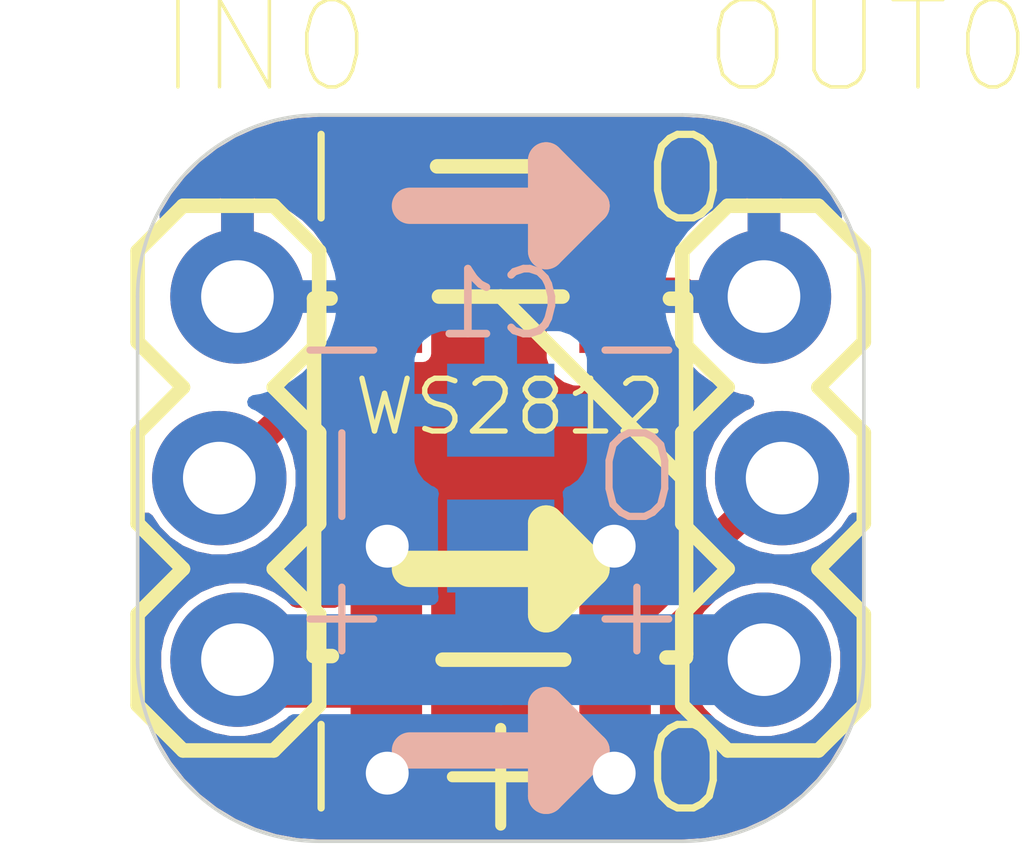
<source format=kicad_pcb>
(kicad_pcb (version 20241229) (generator "pcbnew") (generator_version "9.0")
  (layers (0 "F.Cu" signal) (2 "B.Cu" signal) (13 "F.Paste" user) (15 "B.Paste" user) (5 "F.SilkS" user "F.Silkscreen") (7 "B.SilkS" user "B.Silkscreen") (1 "F.Mask" user) (3 "B.Mask" user) (25 "Edge.Cuts" user))
  (net 0 "")
  (net 1 "DIN")
  (net 2 "DOUT")
  (net 3 "VDD")
  (net 4 "GND")
  (footprint "WS2812B breakout:1X03_LOCK_513" (layer "F.Cu") (at 152.3111 107.5436 90)
    (property "Reference" "OUT0" (at 7.8613 -1.0287 0) (layer "F.SilkS") (effects (font (size 1.221232 1.221232) (thickness 0.048768)) (justify left bottom)))
    (property "Value" "")
    (fp_line (start 5.715 -1.27) (end 6.35 -0.635) (stroke (width 0.2032)) (layer "F.SilkS"))
    (fp_line (start 4.445 -1.27) (end 5.715 -1.27) (stroke (width 0.2032)) (layer "F.SilkS"))
    (fp_line (start 3.175 -1.27) (end 3.81 -0.635) (stroke (width 0.2032)) (layer "F.SilkS"))
    (fp_line (start 1.905 -1.27) (end 3.175 -1.27) (stroke (width 0.2032)) (layer "F.SilkS"))
    (fp_line (start 0.635 -1.27) (end 1.27 -0.635) (stroke (width 0.2032)) (layer "F.SilkS"))
    (fp_line (start -0.635 -1.27) (end 0.635 -1.27) (stroke (width 0.2032)) (layer "F.SilkS"))
    (fp_line (start -0.635 -1.27) (end -1.27 -0.635) (stroke (width 0.2032)) (layer "F.SilkS"))
    (fp_line (start 6.35 -0.635) (end 6.35 0.635) (stroke (width 0.2032)) (layer "F.SilkS"))
    (fp_line (start 3.81 -0.635) (end 4.445 -1.27) (stroke (width 0.2032)) (layer "F.SilkS"))
    (fp_line (start 1.27 -0.635) (end 1.905 -1.27) (stroke (width 0.2032)) (layer "F.SilkS"))
    (fp_line (start -1.27 -0.635) (end -1.27 0.635) (stroke (width 0.2032)) (layer "F.SilkS"))
    (fp_line (start 6.35 0.635) (end 5.715 1.27) (stroke (width 0.2032)) (layer "F.SilkS"))
    (fp_line (start 3.81 0.635) (end 3.175 1.27) (stroke (width 0.2032)) (layer "F.SilkS"))
    (fp_line (start 1.27 0.635) (end 0.635 1.27) (stroke (width 0.2032)) (layer "F.SilkS"))
    (fp_line (start -1.27 0.635) (end -0.635 1.27) (stroke (width 0.2032)) (layer "F.SilkS"))
    (fp_line (start 5.715 1.27) (end 4.445 1.27) (stroke (width 0.2032)) (layer "F.SilkS"))
    (fp_line (start 4.445 1.27) (end 3.81 0.635) (stroke (width 0.2032)) (layer "F.SilkS"))
    (fp_line (start 3.175 1.27) (end 1.905 1.27) (stroke (width 0.2032)) (layer "F.SilkS"))
    (fp_line (start 1.905 1.27) (end 1.27 0.635) (stroke (width 0.2032)) (layer "F.SilkS"))
    (fp_line (start 0.635 1.27) (end -0.635 1.27) (stroke (width 0.2032)) (layer "F.SilkS"))
    (pad "1" thru_hole circle (at 0 -0.127 180) (size 1.8796 1.8796) (drill 1.016) (layers "*.Cu" "*.Mask") (net 3 "VDD"))
    (pad "2" thru_hole circle (at 2.54 0.127 180) (size 1.8796 1.8796) (drill 1.016) (layers "*.Cu" "*.Mask") (net 2 "DOUT"))
    (pad "3" thru_hole circle (at 5.08 -0.127 180) (size 1.8796 1.8796) (drill 1.016) (layers "*.Cu" "*.Mask") (net 4 "GND"))
  )
  (footprint "WS2812B breakout:WS2812B" (layer "F.Cu") (at 148.5011 105.0036 90)
    (property "Reference" "WS2812" (at 0.565 -2.096 0) (layer "F.SilkS") (effects (font (size 0.738022 0.738022) (thickness 0.074778)) (justify left bottom)))
    (property "Value" "")
    (fp_line (start -2.4384 -2.616203) (end -2.4384 -2.611121) (stroke (width 0.2032)) (layer "F.SilkS"))
    (fp_line (start -2.4892 -2.616203) (end -2.4384 -2.616203) (stroke (width 0.2032)) (layer "F.SilkS"))
    (fp_line (start 2.512059 -2.611121) (end 2.512059 -2.379981) (stroke (width 0.2032)) (layer "F.SilkS"))
    (fp_line (start -2.4384 -2.611121) (end 2.512059 -2.611121) (stroke (width 0.2032)) (layer "F.SilkS"))
    (fp_line (start -2.4892 -2.362203) (end -2.4892 -2.616203) (stroke (width 0.2032)) (layer "F.SilkS"))
    (fp_line (start 2.54 -0.8636) (end 2.54 0) (stroke (width 0.2032)) (layer "F.SilkS"))
    (fp_line (start 2.54 0) (end 2.54 0.8636) (stroke (width 0.2032)) (layer "F.SilkS"))
    (fp_line (start 2.54 0) (end 0 2.54) (stroke (width 0.2032)) (layer "F.SilkS"))
    (fp_line (start -2.54 0.889) (end -2.54 -0.8128) (stroke (width 0.2032)) (layer "F.SilkS"))
    (fp_line (start -2.509518 2.319021) (end -2.509518 2.5908) (stroke (width 0.2032)) (layer "F.SilkS"))
    (fp_line (start -2.458718 2.5908) (end -2.458718 2.59334) (stroke (width 0.2032)) (layer "F.SilkS"))
    (fp_line (start -2.509518 2.5908) (end -2.458718 2.5908) (stroke (width 0.2032)) (layer "F.SilkS"))
    (fp_line (start 2.509518 2.59334) (end 2.509518 2.367281) (stroke (width 0.2032)) (layer "F.SilkS"))
    (fp_line (start -2.458718 2.59334) (end 2.509518 2.59334) (stroke (width 0.2032)) (layer "F.SilkS"))
    (pad "1" smd rect (at -2.577 -1.6 90) (size 1.651 1) (layers "F.Cu" "F.Mask" "F.Paste") (net 3 "VDD"))
    (pad "2" smd rect (at -2.577 1.6 90) (size 1.651 1) (layers "F.Cu" "F.Mask" "F.Paste") (net 2 "DOUT"))
    (pad "3" smd rect (at 2.577 1.6 90) (size 1.651 1) (layers "F.Cu" "F.Mask" "F.Paste") (net 4 "GND"))
    (pad "4" smd rect (at 2.577 -1.6 90) (size 1.651 1) (layers "F.Cu" "F.Mask" "F.Paste") (net 1 "DIN"))
  )
  (footprint "WS2812B breakout:1X03_LOCK_513" (layer "F.Cu") (at 144.6911 102.4636 -90)
    (property "Reference" "IN0" (at -2.7813 1.0287 0) (layer "F.SilkS") (effects (font (size 1.221232 1.221232) (thickness 0.048768)) (justify left bottom)))
    (property "Value" "")
    (fp_line (start 0.635 1.27) (end -0.635 1.27) (stroke (width 0.2032)) (layer "F.SilkS"))
    (fp_line (start 1.905 1.27) (end 1.27 0.635) (stroke (width 0.2032)) (layer "F.SilkS"))
    (fp_line (start 3.175 1.27) (end 1.905 1.27) (stroke (width 0.2032)) (layer "F.SilkS"))
    (fp_line (start 4.445 1.27) (end 3.81 0.635) (stroke (width 0.2032)) (layer "F.SilkS"))
    (fp_line (start 5.715 1.27) (end 4.445 1.27) (stroke (width 0.2032)) (layer "F.SilkS"))
    (fp_line (start -1.27 0.635) (end -0.635 1.27) (stroke (width 0.2032)) (layer "F.SilkS"))
    (fp_line (start 1.27 0.635) (end 0.635 1.27) (stroke (width 0.2032)) (layer "F.SilkS"))
    (fp_line (start 3.81 0.635) (end 3.175 1.27) (stroke (width 0.2032)) (layer "F.SilkS"))
    (fp_line (start 6.35 0.635) (end 5.715 1.27) (stroke (width 0.2032)) (layer "F.SilkS"))
    (fp_line (start -1.27 -0.635) (end -1.27 0.635) (stroke (width 0.2032)) (layer "F.SilkS"))
    (fp_line (start 1.27 -0.635) (end 1.905 -1.27) (stroke (width 0.2032)) (layer "F.SilkS"))
    (fp_line (start 3.81 -0.635) (end 4.445 -1.27) (stroke (width 0.2032)) (layer "F.SilkS"))
    (fp_line (start 6.35 -0.635) (end 6.35 0.635) (stroke (width 0.2032)) (layer "F.SilkS"))
    (fp_line (start -0.635 -1.27) (end -1.27 -0.635) (stroke (width 0.2032)) (layer "F.SilkS"))
    (fp_line (start -0.635 -1.27) (end 0.635 -1.27) (stroke (width 0.2032)) (layer "F.SilkS"))
    (fp_line (start 0.635 -1.27) (end 1.27 -0.635) (stroke (width 0.2032)) (layer "F.SilkS"))
    (fp_line (start 1.905 -1.27) (end 3.175 -1.27) (stroke (width 0.2032)) (layer "F.SilkS"))
    (fp_line (start 3.175 -1.27) (end 3.81 -0.635) (stroke (width 0.2032)) (layer "F.SilkS"))
    (fp_line (start 4.445 -1.27) (end 5.715 -1.27) (stroke (width 0.2032)) (layer "F.SilkS"))
    (fp_line (start 5.715 -1.27) (end 6.35 -0.635) (stroke (width 0.2032)) (layer "F.SilkS"))
    (pad "1" thru_hole circle (at 0 -0.127) (size 1.8796 1.8796) (drill 1.016) (layers "*.Cu" "*.Mask") (net 4 "GND"))
    (pad "2" thru_hole circle (at 2.54 0.127) (size 1.8796 1.8796) (drill 1.016) (layers "*.Cu" "*.Mask") (net 1 "DIN"))
    (pad "3" thru_hole circle (at 5.08 -0.127) (size 1.8796 1.8796) (drill 1.016) (layers "*.Cu" "*.Mask") (net 3 "VDD"))
  )
  (footprint "WS2812B breakout:C805" (layer "B.Cu") (at 148.5011 105.0036 90)
    (property "Reference" "C1" (at 1.905 0.9525 -0) (layer "B.SilkS") (effects (font (size 0.90871 0.90871) (thickness 0.10729)) (justify left bottom mirror)))
    (property "Value" ".1uF")
    (pad "1" smd rect (at -0.95 0 90) (size 1.3 1.5) (layers "B.Cu" "B.Mask" "B.Paste") (net 3 "VDD"))
    (pad "2" smd rect (at 0.95 0 90) (size 1.3 1.5) (layers "B.Cu" "B.Mask" "B.Paste") (net 4 "GND"))
  )
  (gr_line (start 147.2311 106.2736) (end 149.7711 106.2736) (stroke (width 0.508)) (layer "F.SilkS"))
  (gr_line (start 149.1361 105.6386) (end 149.7711 106.2736) (stroke (width 0.508)) (layer "F.SilkS"))
  (gr_line (start 149.1361 106.9086) (end 149.1361 105.6386) (stroke (width 0.508)) (layer "F.SilkS"))
  (gr_line (start 149.7711 106.2736) (end 149.1361 106.9086) (stroke (width 0.508)) (layer "F.SilkS"))
  (gr_line (start 149.7711 108.8136) (end 149.1361 109.4486) (stroke (width 0.508)) (layer "B.SilkS"))
  (gr_line (start 149.1361 101.8286) (end 149.1361 100.5586) (stroke (width 0.508)) (layer "B.SilkS"))
  (gr_line (start 147.2311 101.1936) (end 149.7711 101.1936) (stroke (width 0.508)) (layer "B.SilkS"))
  (gr_line (start 149.1361 100.5586) (end 149.7711 101.1936) (stroke (width 0.508)) (layer "B.SilkS"))
  (gr_line (start 149.1361 109.4486) (end 149.1361 108.1786) (stroke (width 0.508)) (layer "B.SilkS"))
  (gr_line (start 147.2311 108.8136) (end 149.7711 108.8136) (stroke (width 0.508)) (layer "B.SilkS"))
  (gr_line (start 149.7711 101.1936) (end 149.1361 101.8286) (stroke (width 0.508)) (layer "B.SilkS"))
  (gr_line (start 149.1361 108.1786) (end 149.7711 108.8136) (stroke (width 0.508)) (layer "B.SilkS"))
  (gr_line (start 153.5811 107.5436) (end 153.5811 102.4636) (stroke (width 0.05)) (layer "Edge.Cuts"))
  (gr_line (start 145.9611 110.0836) (end 151.0411 110.0836) (stroke (width 0.05)) (layer "Edge.Cuts"))
  (gr_line (start 151.0411 99.9236) (end 145.9611 99.9236) (stroke (width 0.05)) (layer "Edge.Cuts"))
  (gr_line (start 143.4211 102.4636) (end 143.4211 107.5436) (stroke (width 0.05)) (layer "Edge.Cuts"))
  (gr_arc (start 145.9611 110.0836) (mid 144.165049 109.339651) (end 143.4211 107.5436) (stroke (width 0.05)) (layer "Edge.Cuts"))
  (gr_arc (start 143.4211 102.4636) (mid 144.165049 100.667549) (end 145.9611 99.9236) (stroke (width 0.05)) (layer "Edge.Cuts"))
  (gr_arc (start 151.0411 99.9236) (mid 152.837151 100.667549) (end 153.5811 102.4636) (stroke (width 0.05)) (layer "Edge.Cuts"))
  (gr_arc (start 153.5811 107.5436) (mid 152.837151 109.339651) (end 151.0411 110.0836) (stroke (width 0.05)) (layer "Edge.Cuts"))
  (gr_text "I" (at 145.6436 101.5111 0) (layer "F.SilkS") (effects (font (size 1.1684 1.1684) (thickness 0.1016)) (justify left bottom)))
  (gr_text "I" (at 145.6436 109.7661 0) (layer "F.SilkS") (effects (font (size 1.1684 1.1684) (thickness 0.1016)) (justify left bottom)))
  (gr_text "O" (at 150.4061 101.5111 0) (layer "F.SilkS") (effects (font (size 1.1684 1.1684) (thickness 0.1016)) (justify left bottom)))
  (gr_text "+" (at 148.5011 110.0836 0) (layer "F.SilkS") (effects (font (size 1.775968 1.775968) (thickness 0.154432)) (justify bottom)))
  (gr_text "O" (at 150.4061 109.7661 0) (layer "F.SilkS") (effects (font (size 1.1684 1.1684) (thickness 0.1016)) (justify left bottom)))
  (gr_text "-" (at 148.5011 101.8286 0) (layer "F.SilkS") (effects (font (size 2.3368 2.3368) (thickness 0.2032)) (justify bottom)))
  (gr_text "-\nO\n+" (at 150.4061 105.0036 -0) (layer "B.SilkS") (effects (font (size 1.1684 1.1684) (thickness 0.1016)) (justify mirror)))
  (gr_text "-\nI\n+" (at 146.2786 105.0036 -0) (layer "B.SilkS") (effects (font (size 1.1684 1.1684) (thickness 0.1016)) (justify mirror)))
  (segment (start 144.5641 105.0036) (end 146.64159 103.05311) (width 0.4064) (layer "F.Cu") (net 1))
  (arc (start 146.64159 103.05311) (mid 146.833655 102.765665) (end 146.9011 102.4266) (width 0.4064) (layer "F.Cu") (net 1))
  (segment (start 152.4381 105.0036) (end 150.360609 106.954091) (width 0.4064) (layer "F.Cu") (net 2))
  (arc (start 150.360609 106.954091) (mid 150.168544 107.241536) (end 150.1011 107.5806) (width 0.4064) (layer "F.Cu") (net 2))
  (segment (start 144.780425 107.5806) (end 146.9011 107.5806) (width 1.27) (layer "F.Cu") (net 3))
  (arc (start 144.8181 107.5436) (mid 144.795582 107.558353) (end 144.780425 107.5806) (width 1.27) (layer "F.Cu") (net 3))
  (segment (start 152.1841 107.5436) (end 148.5011 107.5436) (width 1.27) (layer "B.Cu") (net 3))
  (segment (start 148.5011 105.9536) (end 148.5011 107.5436) (width 1.27) (layer "B.Cu") (net 3))
  (segment (start 148.5011 107.5436) (end 144.8181 107.5436) (width 1.27) (layer "B.Cu") (net 3))
  (via (at 150.0886 109.1311) (size 0.9048) (drill 0.6) (layers "F.Cu" "B.Cu") (net 4))
  (via (at 150.0886 105.9561) (size 0.9048) (drill 0.6) (layers "F.Cu" "B.Cu") (net 4))
  (via (at 146.9136 105.9561) (size 0.9048) (drill 0.6) (layers "F.Cu" "B.Cu") (net 4))
  (via (at 146.9136 109.1311) (size 0.9048) (drill 0.6) (layers "F.Cu" "B.Cu") (net 4))
  (zone (net 4) (net_name "GND") (layer "F.Cu") (priority 6) (connect_pads (clearance 0.000001)) (min_thickness 0.2032) (fill yes (thermal_gap 0.4564) (thermal_bridge_width 0.4564))
    (polygon (pts (xy 153.7843 110.2868) (xy 143.2179 110.2868) (xy 143.2179 99.7204) (xy 153.7843 99.7204)))
  )
  (zone (net 4) (net_name "GND") (layer "B.Cu") (priority 6) (connect_pads (clearance 0.000001)) (min_thickness 0.2032) (fill yes (thermal_gap 0.4564) (thermal_bridge_width 0.4564))
    (polygon (pts (xy 153.7843 110.2868) (xy 143.2179 110.2868) (xy 143.2179 99.7204) (xy 153.7843 99.7204)))
  )
)
</source>
